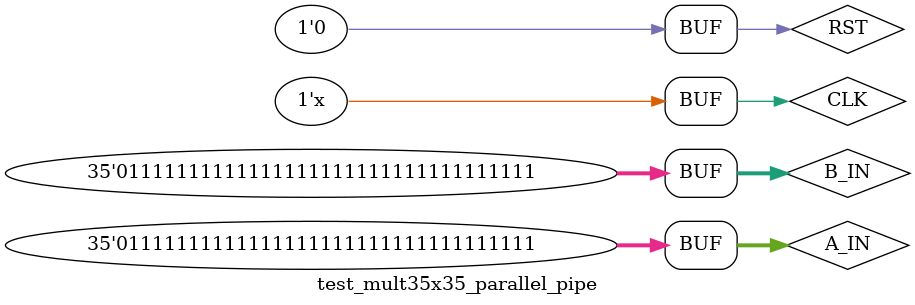
<source format=v>
`timescale 1ns/1ps

module test_mult35x35_parallel_pipe;

parameter CLK_PERIOD = 10;

	
reg           CLK, RST;
reg   [34:0]  A_IN;
reg   [34:0]  B_IN;
wire  [69:0]  PROD_OUT;



MULT35X35_PARALLEL_PIPE test(.CLK(CLK), .RST(RST), .A_IN(A_IN), .B_IN(B_IN), .PROD_OUT(PROD_OUT));



initial 
begin
CLK <= 1'b0;
RST <= 1'b1;
#20 RST <= 1'b0;
end

initial 
begin


end


always
#(CLK_PERIOD/2) CLK = ~CLK;

initial
begin

#15 A_IN <= 35'd512; 
#65 A_IN <= 35'd1048575;//65537;//1048575;
#65 A_IN <= 35'd10;
#65 A_IN <= 35'd1115;
#65 A_IN <= 35'd17179869183;
end

initial
begin

#15 B_IN <= 35'd512; 
#65 B_IN <= 35'd10000;//2020;
#65 B_IN <= 35'd1048575;
#65 B_IN <= 35'd1115;
#65 B_IN <= 35'd17179869183;

end




initial 

$monitor ($time, "clk=%b", CLK, " PROD_OUT = %h", PROD_OUT);
endmodule



</source>
